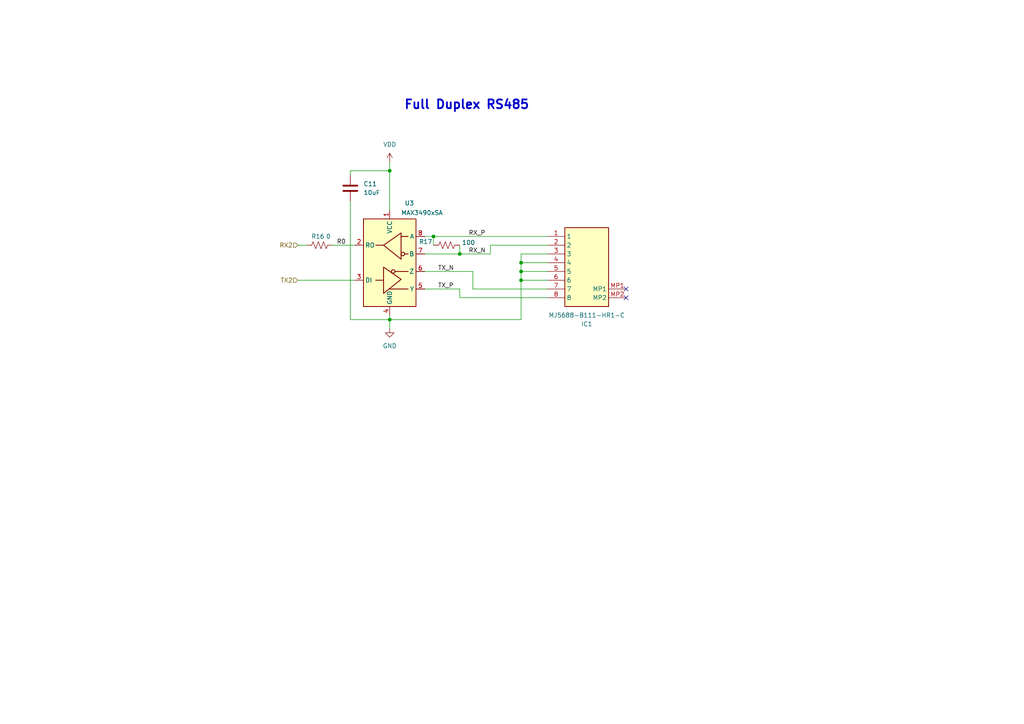
<source format=kicad_sch>
(kicad_sch (version 20231120) (generator "eeschema") (generator_version "8.0")
  (paper "A4")
  (lib_symbols
    (symbol "Device:C" (pin_numbers hide) (pin_names (offset 0.254))
      (property "Reference" "C" (at 0.635 2.54 0))
      (property "Value" "C" (at 0.635 -2.54 0))
      (symbol "C_0_1"
        (polyline (pts (xy -2.032 -0.762) (xy 2.032 -0.762)) (stroke (width 0.508)))
        (polyline (pts (xy -2.032 0.762) (xy 2.032 0.762)) (stroke (width 0.508)))
      )
      (symbol "C_1_1"
        (pin passive line (at 0 3.81 270) (length 2.794) (name "~") (number "1"))
        (pin passive line (at 0 -3.81 90) (length 2.794) (name "~") (number "2"))
      )
    )
    (symbol "Device:R_US" (pin_numbers hide) (pin_names (offset 0))
      (property "Reference" "R" (at 2.54 0 90))
      (property "Value" "R_US" (at -2.54 0 90))
      (symbol "R_US_0_1"
        (polyline (pts (xy 0 -2.286) (xy 0 -2.54)))
        (polyline (pts (xy 0 2.286) (xy 0 2.54)))
        (polyline (pts (xy 0 -0.762) (xy 1.016 -1.143) (xy 0 -1.524) (xy -1.016 -1.905) (xy 0 -2.286)))
        (polyline (pts (xy 0 0.762) (xy 1.016 0.381) (xy 0 0) (xy -1.016 -0.381) (xy 0 -0.762)))
        (polyline (pts (xy 0 2.286) (xy 1.016 1.905) (xy 0 1.524) (xy -1.016 1.143) (xy 0 0.762)))
      )
      (symbol "R_US_1_1"
        (pin passive line (at 0 3.81 270) (length 1.27) (name "~") (number "1"))
        (pin passive line (at 0 -3.81 90) (length 1.27) (name "~") (number "2"))
      )
    )
    (symbol "Interface_UART:MAX3490xSA"
      (property "Reference" "U" (at -7.62 13.97 0))
      (property "Value" "MAX3490xSA" (at 0.762 13.97 0))
      (symbol "MAX3490xSA_0_1"
        (rectangle (start -7.62 12.7) (end 7.62 -12.7) (stroke (width 0.254)) (fill (type background)))
        (polyline (pts (xy -1.778 -5.08) (xy -4.064 -5.08)) (stroke (width 0.254)))
        (polyline (pts (xy -1.778 5.08) (xy -4.064 5.08)) (stroke (width 0.254)))
        (polyline (pts (xy 0 -7.62) (xy 5.334 -7.62)) (stroke (width 0.254)))
        (polyline (pts (xy 1.524 -2.54) (xy 5.334 -2.54)) (stroke (width 0.254)))
        (polyline (pts (xy 3.302 7.62) (xy 5.334 7.62)) (stroke (width 0.254)))
        (polyline (pts (xy 4.318 2.54) (xy 5.334 2.54)) (stroke (width 0.254)))
        (polyline (pts (xy -1.778 -5.08) (xy -1.778 -1.27) (xy 3.302 -4.826) (xy -1.778 -8.89) (xy -1.778 -5.08)) (stroke (width 0.254)))
        (circle (center 1.016 -2.54) (radius 0.508) (stroke (width 0.254)))
      )
      (symbol "MAX3490xSA_1_1"
        (polyline (pts (xy 3.302 4.826) (xy 3.302 8.636) (xy -1.778 5.08) (xy 3.302 1.016) (xy 3.302 4.826)) (stroke (width 0.254)))
        (circle (center 3.81 2.54) (radius 0.508) (stroke (width 0.254)))
        (pin power_in line (at 0 15.24 270) (length 2.54) (name "VCC") (number "1"))
        (pin output line (at -10.16 5.08 0) (length 2.54) (name "RO") (number "2"))
        (pin input line (at -10.16 -5.08 0) (length 2.54) (name "DI") (number "3"))
        (pin power_in line (at 0 -15.24 90) (length 2.54) (name "GND") (number "4"))
        (pin output line (at 10.16 -7.62 180) (length 2.54) (name "Y") (number "5"))
        (pin output line (at 10.16 -2.54 180) (length 2.54) (name "Z") (number "6"))
        (pin input line (at 10.16 2.54 180) (length 2.54) (name "B") (number "7"))
        (pin input line (at 10.16 7.62 180) (length 2.54) (name "A") (number "8"))
      )
    )
    (symbol "SamacSys_Parts:MJ5688-B111-HR1-C"
      (property "Reference" "IC" (at 19.05 7.62 0))
      (property "Value" "MJ5688-B111-HR1-C" (at 19.05 5.08 0))
      (symbol "MJ5688-B111-HR1-C_1_1"
        (rectangle (start 5.08 2.54) (end 17.78 -20.32) (stroke (width 0.254)) (fill (type background)))
        (pin passive line (at 22.86 -17.78 180) (length 5.08) (name "1") (number "1"))
        (pin passive line (at 22.86 -15.24 180) (length 5.08) (name "2") (number "2"))
        (pin passive line (at 22.86 -12.7 180) (length 5.08) (name "3") (number "3"))
        (pin passive line (at 22.86 -10.16 180) (length 5.08) (name "4") (number "4"))
        (pin passive line (at 22.86 -7.62 180) (length 5.08) (name "5") (number "5"))
        (pin passive line (at 22.86 -5.08 180) (length 5.08) (name "6") (number "6"))
        (pin passive line (at 22.86 -2.54 180) (length 5.08) (name "7") (number "7"))
        (pin passive line (at 22.86 0 180) (length 5.08) (name "8") (number "8"))
        (pin passive line (at 0 -2.54 0) (length 5.08) (name "MP1") (number "MP1"))
        (pin passive line (at 0 0 0) (length 5.08) (name "MP2") (number "MP2"))
      )
    )
    (symbol "power:GND" (power) (pin_numbers hide) (pin_names (offset 0) hide)
      (property "Value" "GND" (at 0 -3.81 0))
      (symbol "GND_0_1"
        (polyline (pts (xy 0 0) (xy 0 -1.27) (xy 1.27 -1.27) (xy 0 -2.54) (xy -1.27 -1.27) (xy 0 -1.27)))
      )
      (symbol "GND_1_1"
        (pin power_in line (at 0 0 270) (length 0) (name "~") (number "1"))
      )
    )
    (symbol "power:VDD" (power) (pin_numbers hide) (pin_names (offset 0) hide)
      (property "Value" "VDD" (at 0 3.556 0))
      (symbol "VDD_0_1"
        (polyline (pts (xy -0.762 1.27) (xy 0 2.54)))
        (polyline (pts (xy 0 0) (xy 0 2.54)))
        (polyline (pts (xy 0 2.54) (xy 0.762 1.27)))
      )
      (symbol "VDD_1_1"
        (pin power_in line (at 0 0 90) (length 0) (name "~") (number "1"))
      )
    )
  )
  (junction (at 113.03 49.53))
  (junction (at 151.13 76.2))
  (junction (at 125.73 68.58))
  (junction (at 113.03 92.71))
  (junction (at 151.13 78.74))
  (junction (at 133.35 73.66))
  (junction (at 151.13 81.28))
  (no_connect (at 181.61 86.36))
  (no_connect (at 181.61 83.82))
  (wire (pts (xy 101.6 49.53) (xy 101.6 50.8)))
  (wire (pts (xy 123.19 73.66) (xy 133.35 73.66)))
  (wire (pts (xy 151.13 78.74) (xy 151.13 76.2)))
  (wire (pts (xy 123.19 78.74) (xy 137.16 78.74)))
  (wire (pts (xy 133.35 83.82) (xy 133.35 86.36)))
  (wire (pts (xy 151.13 76.2) (xy 151.13 73.66)))
  (wire (pts (xy 113.03 49.53) (xy 113.03 60.96)))
  (wire (pts (xy 133.35 73.66) (xy 142.24 73.66)))
  (wire (pts (xy 101.6 58.42) (xy 101.6 92.71)))
  (wire (pts (xy 142.24 71.12) (xy 158.75 71.12)))
  (wire (pts (xy 158.75 81.28) (xy 151.13 81.28)))
  (wire (pts (xy 125.73 68.58) (xy 158.75 68.58)))
  (wire (pts (xy 113.03 95.25) (xy 113.03 92.71)))
  (wire (pts (xy 137.16 83.82) (xy 158.75 83.82)))
  (wire (pts (xy 142.24 73.66) (xy 142.24 71.12)))
  (wire (pts (xy 151.13 81.28) (xy 151.13 78.74)))
  (wire (pts (xy 113.03 92.71) (xy 113.03 91.44)))
  (wire (pts (xy 86.36 81.28) (xy 102.87 81.28)))
  (wire (pts (xy 151.13 92.71) (xy 113.03 92.71)))
  (wire (pts (xy 158.75 73.66) (xy 151.13 73.66)))
  (wire (pts (xy 125.73 68.58) (xy 125.73 71.12)))
  (wire (pts (xy 137.16 78.74) (xy 137.16 83.82)))
  (wire (pts (xy 96.52 71.12) (xy 102.87 71.12)))
  (wire (pts (xy 113.03 46.99) (xy 113.03 49.53)))
  (wire (pts (xy 101.6 92.71) (xy 113.03 92.71)))
  (wire (pts (xy 133.35 71.12) (xy 133.35 73.66)))
  (wire (pts (xy 158.75 76.2) (xy 151.13 76.2)))
  (wire (pts (xy 133.35 86.36) (xy 158.75 86.36)))
  (wire (pts (xy 86.36 71.12) (xy 88.9 71.12)))
  (wire (pts (xy 158.75 78.74) (xy 151.13 78.74)))
  (wire (pts (xy 113.03 49.53) (xy 101.6 49.53)))
  (wire (pts (xy 123.19 68.58) (xy 125.73 68.58)))
  (wire (pts (xy 151.13 81.28) (xy 151.13 92.71)))
  (wire (pts (xy 123.19 83.82) (xy 133.35 83.82)))
  (text "Full Duplex RS485" (at 135.382 30.48 0) (effects (font (size 2.54 2.54) (thickness 0.508) (bold yes))))
  (label "RX_N" (at 135.89 73.66 0))
  (label "RX_P" (at 135.89 68.58 0))
  (label "R0" (at 100.33 71.12 180))
  (label "TX_N" (at 127 78.74 0))
  (label "TX_P" (at 127 83.82 0))
  (hierarchical_label "TX2" (shape input) (at 86.36 81.28 180))
  (hierarchical_label "RX2" (shape input) (at 86.36 71.12 180))
  (symbol (lib_id "Interface_UART:MAX3490xSA") (at 113.03 76.2 0) (unit 1)
    (property "Reference" "U3" (at 117.348 58.928 0) (effects (justify left)))
    (property "Value" "MAX3490xSA" (at 116.332 61.722 0) (effects (justify left)))
    (property "Footprint" "Package_SO:SOIC-8_3.9x4.9mm_P1.27mm" (effects (hide yes)))
    (property "Datasheet" "https://www.analog.com/media/en/technical-documentation/data-sheets/MAX3483-MAX3491.pdf" (effects (hide yes)))
    (property "Description" "Full duplex RS-485/RS-422, 10Mbps, slew-rate limited, no low-power shutdown, no with receiver/driver enable, 32 receiver drive capability, SOIC-8" (effects (hide yes)))
  )
  (symbol (lib_id "power:VDD") (at 113.03 46.99 0) (unit 1)
    (property "Reference" "#PWR02" (effects (hide yes)))
    (property "Value" "VDD" (at 113.03 41.91 0))
    (property "Description" "Power symbol creates a global label with name \"VDD\"" (effects (hide yes)))
  )
  (symbol (lib_id "Device:R_US") (at 92.71 71.12 90) (unit 1)
    (property "Reference" "R16" (at 92.202 68.58 90))
    (property "Value" "0" (at 95.25 68.58 90))
    (property "Footprint" "Resistor_SMD:R_1206_3216Metric_Pad1.30x1.75mm_HandSolder" (effects (hide yes)))
    (property "Description" "Resistor, US symbol" (effects (hide yes)))
  )
  (symbol (lib_id "power:GND") (at 113.03 95.25 0) (unit 1)
    (property "Reference" "#PWR03" (effects (hide yes)))
    (property "Value" "GND" (at 113.03 100.33 0))
    (property "Description" "Power symbol creates a global label with name \"GND\" , ground" (effects (hide yes)))
  )
  (symbol (lib_id "Device:C") (at 101.6 54.61 0) (unit 1)
    (property "Reference" "C11" (at 105.41 53.3399 0) (effects (justify left)))
    (property "Value" "10uF" (at 105.41 55.8799 0) (effects (justify left)))
    (property "Footprint" "Capacitor_SMD:C_0805_2012Metric" (effects (hide yes)))
    (property "Description" "Unpolarized capacitor" (effects (hide yes)))
  )
  (symbol (lib_id "Device:R_US") (at 129.54 71.12 90) (unit 1)
    (property "Reference" "R17" (at 123.444 70.104 90))
    (property "Value" "100" (at 135.89 70.358 90))
    (property "Footprint" "Resistor_SMD:R_0805_2012Metric_Pad1.20x1.40mm_HandSolder" (effects (hide yes)))
    (property "Description" "Resistor, US symbol" (effects (hide yes)))
  )
  (symbol (lib_id "SamacSys_Parts:MJ5688-B111-HR1-C") (at 181.61 86.36 180) (unit 1)
    (property "Reference" "IC1" (at 170.18 93.98 0))
    (property "Value" "MJ5688-B111-HR1-C" (at 170.18 91.44 0))
    (property "Footprint" "custom:RJ45-TH_MJ5688-B111-HR1-C" (effects (hide yes)))
    (property "Datasheet" "https://datasheet.lcsc.com/lcsc/2003281412_Heling-MJ5688-B111-HR1-C_C501471.pdf" (effects (hide yes)))
    (property "Description" "RJ45 RJReceptacle 1 Yes Surface Mount Without LED -40~+80 SMD Ethernet Connectors/Modular Connectors (RJ45 RJ11) ROHS" (effects (hide yes)))
    (property "Height" "13.8" (effects (hide yes)))
    (property "Manufacturer_Name" "Heling" (effects (hide yes)))
    (property "Manufacturer_Part_Number" "MJ5688-B111-HR1-C" (effects (hide yes)))
  )
)
</source>
